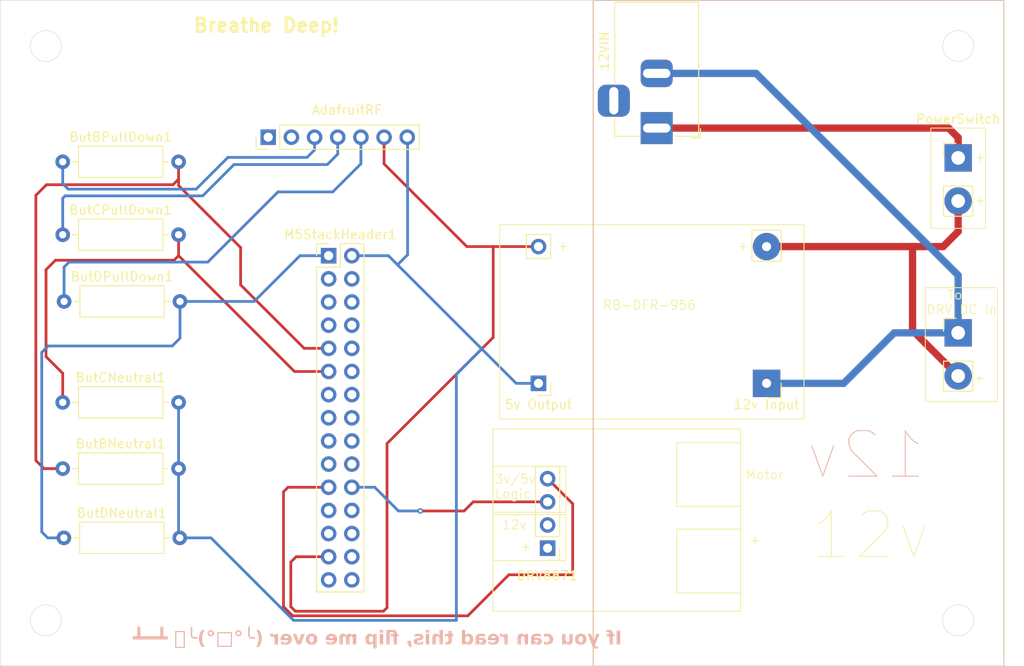
<source format=kicad_pcb>
(kicad_pcb (version 20240108) (generator "pcbnew") (generator_version "8.0")
  (title_block (title "Popper Pump") (date "2024-06-02") (rev "1.5"))
  (layers (0 "F.Cu" signal) (31 "B.Cu" signal) (34 "B.Paste" user) (35 "F.Paste" user) (36 "B.SilkS" user "B.Silkscreen") (37 "F.SilkS" user "F.Silkscreen") (38 "B.Mask" user) (39 "F.Mask" user) (44 "Edge.Cuts" user))
  (net 0 "")
  (net 1 "Net-(AdafruitRF315MhzMomentary1-Pin_5)")
  (net 3 "VCC")
  (net 4 "Net-(AdafruitRF315MhzMomentary1-Pin_3)")
  (net 5 "Net-(AdafruitRF315MhzMomentary1-Pin_4)")
  (net 7 "GND")
  (net 8 "Net-(M5StackHeader1-Pin_9)")
  (net 11 "Net-(M5StackHeader1-Pin_11)")
  (net 15 "Net-(M5StackHeader1-Pin_1)")
  (net 34 "Net-(BuckConverter1-Pin_2)")
  (net 37 "Net-(DRV8871-Pin_3)")
  (net 38 "Net-(DRV8871-Pin_4)")
  (footprint "Connector_BarrelJack:BarrelJack_Horizontal" (layer "F.Cu") (at 165.7075 71 -90)
    (property "Reference" "12VIN" (at -8.45 5.75 90) (layer "F.SilkS"))
    (property "Value" "Barrel_Jack")
    (fp_line (start -13.8 4.6) (end -13.8 -4.6) (stroke (width 0.12)) (layer "F.SilkS"))
    (fp_line (start -5 4.6) (end -13.8 4.6) (stroke (width 0.12)) (layer "F.SilkS"))
    (fp_line (start 0.9 4.6) (end -1 4.6) (stroke (width 0.12)) (layer "F.SilkS"))
    (fp_line (start 0.9 1.9) (end 0.9 4.6) (stroke (width 0.12)) (layer "F.SilkS"))
    (fp_line (start 1.1 -3.75) (end 1.1 -4.8) (stroke (width 0.12)) (layer "F.SilkS"))
    (fp_line (start -13.8 -4.6) (end 0.9 -4.6) (stroke (width 0.12)) (layer "F.SilkS"))
    (fp_line (start 0.9 -4.6) (end 0.9 -2) (stroke (width 0.12)) (layer "F.SilkS"))
    (fp_line (start 0.05 -4.8) (end 1.1 -4.8) (stroke (width 0.12)) (layer "F.SilkS"))
    (pad "1" thru_hole rect (at 0 0 270) (size 3.5 3.5) (drill oval 1 3) (layers "*.Cu" "*.Mask") (net 3 "VCC"))
    (pad "2" thru_hole roundrect (at -6 0 270) (size 3 3.5) (drill oval 1 3) (layers "*.Cu" "*.Mask") (net 7 "GND"))
    (pad "3" thru_hole roundrect (at -3 4.7 270) (size 3.5 3.5) (drill oval 3 1) (layers "*.Cu" "*.Mask"))
  )
  (footprint "Resistor_THT:R_Axial_DIN0309_L9.0mm_D3.2mm_P12.70mm_Horizontal" (layer "F.Cu") (at 100.7524 90.01568)
    (property "Reference" "ButDPullDown1" (at 6.35 -2.72 0) (layer "F.SilkS"))
    (property "Value" "10k	")
    (fp_line (start 1.04 0) (end 1.73 0) (stroke (width 0.12)) (layer "F.SilkS"))
    (fp_line (start 1.73 -1.72) (end 1.73 1.72) (stroke (width 0.12)) (layer "F.SilkS"))
    (fp_line (start 1.73 1.72) (end 10.97 1.72) (stroke (width 0.12)) (layer "F.SilkS"))
    (fp_line (start 10.97 -1.72) (end 1.73 -1.72) (stroke (width 0.12)) (layer "F.SilkS"))
    (fp_line (start 10.97 1.72) (end 10.97 -1.72) (stroke (width 0.12)) (layer "F.SilkS"))
    (fp_line (start 11.66 0) (end 10.97 0) (stroke (width 0.12)) (layer "F.SilkS"))
    (pad "1" thru_hole circle (at 0 0) (size 1.6 1.6) (drill 0.8) (layers "*.Cu" "*.Mask") (net 1 "Net-(AdafruitRF315MhzMomentary1-Pin_5)"))
    (pad "2" thru_hole oval (at 12.7 0) (size 1.6 1.6) (drill 0.8) (layers "*.Cu" "*.Mask") (net 15 "Net-(M5StackHeader1-Pin_1)"))
  )
  (footprint "Resistor_THT:R_Axial_DIN0309_L9.0mm_D3.2mm_P12.70mm_Horizontal" (layer "F.Cu") (at 100.727 115.94908)
    (property "Reference" "ButDNeutral1" (at 6.35 -2.72 0) (layer "F.SilkS"))
    (property "Value" "22k")
    (fp_line (start 1.04 0) (end 1.73 0) (stroke (width 0.12)) (layer "F.SilkS"))
    (fp_line (start 1.73 -1.72) (end 1.73 1.72) (stroke (width 0.12)) (layer "F.SilkS"))
    (fp_line (start 1.73 1.72) (end 10.97 1.72) (stroke (width 0.12)) (layer "F.SilkS"))
    (fp_line (start 10.97 -1.72) (end 1.73 -1.72) (stroke (width 0.12)) (layer "F.SilkS"))
    (fp_line (start 10.97 1.72) (end 10.97 -1.72) (stroke (width 0.12)) (layer "F.SilkS"))
    (fp_line (start 11.66 0) (end 10.97 0) (stroke (width 0.12)) (layer "F.SilkS"))
    (pad "1" thru_hole circle (at 0 0) (size 1.6 1.6) (drill 0.8) (layers "*.Cu" "*.Mask") (net 15 "Net-(M5StackHeader1-Pin_1)"))
    (pad "2" thru_hole oval (at 12.7 0) (size 1.6 1.6) (drill 0.8) (layers "*.Cu" "*.Mask") (net 7 "GND"))
  )
  (footprint "Resistor_THT:R_Axial_DIN0309_L9.0mm_D3.2mm_P12.70mm_Horizontal" (layer "F.Cu") (at 100.6 108.35448)
    (property "Reference" "ButBNeutral1" (at 6.35 -2.72 0) (layer "F.SilkS"))
    (property "Value" "22k")
    (fp_line (start 1.04 0) (end 1.73 0) (stroke (width 0.12)) (layer "F.SilkS"))
    (fp_line (start 1.73 -1.72) (end 1.73 1.72) (stroke (width 0.12)) (layer "F.SilkS"))
    (fp_line (start 1.73 1.72) (end 10.97 1.72) (stroke (width 0.12)) (layer "F.SilkS"))
    (fp_line (start 10.97 -1.72) (end 1.73 -1.72) (stroke (width 0.12)) (layer "F.SilkS"))
    (fp_line (start 10.97 1.72) (end 10.97 -1.72) (stroke (width 0.12)) (layer "F.SilkS"))
    (fp_line (start 11.66 0) (end 10.97 0) (stroke (width 0.12)) (layer "F.SilkS"))
    (pad "1" thru_hole circle (at 0 0) (size 1.6 1.6) (drill 0.8) (layers "*.Cu" "*.Mask") (net 8 "Net-(M5StackHeader1-Pin_9)"))
    (pad "2" thru_hole oval (at 12.7 0) (size 1.6 1.6) (drill 0.8) (layers "*.Cu" "*.Mask") (net 7 "GND"))
  )
  (footprint "Resistor_THT:R_Axial_DIN0309_L9.0mm_D3.2mm_P12.70mm_Horizontal" (layer "F.Cu") (at 100.6 74.69948)
    (property "Reference" "ButBPullDown1" (at 6.35 -2.72 0) (layer "F.SilkS"))
    (property "Value" "10k	" (hide yes))
    (fp_line (start 1.04 0) (end 1.73 0) (stroke (width 0.12)) (layer "F.SilkS"))
    (fp_line (start 1.73 -1.72) (end 1.73 1.72) (stroke (width 0.12)) (layer "F.SilkS"))
    (fp_line (start 1.73 1.72) (end 10.97 1.72) (stroke (width 0.12)) (layer "F.SilkS"))
    (fp_line (start 10.97 -1.72) (end 1.73 -1.72) (stroke (width 0.12)) (layer "F.SilkS"))
    (fp_line (start 10.97 1.72) (end 10.97 -1.72) (stroke (width 0.12)) (layer "F.SilkS"))
    (fp_line (start 11.66 0) (end 10.97 0) (stroke (width 0.12)) (layer "F.SilkS"))
    (pad "1" thru_hole circle (at 0 0) (size 1.6 1.6) (drill 0.8) (layers "*.Cu" "*.Mask") (net 4 "Net-(AdafruitRF315MhzMomentary1-Pin_3)"))
    (pad "2" thru_hole oval (at 12.7 0) (size 1.6 1.6) (drill 0.8) (layers "*.Cu" "*.Mask") (net 8 "Net-(M5StackHeader1-Pin_9)"))
  )
  (footprint "Connector_PinHeader_2.54mm:PinHeader_2x15_P2.54mm_Vertical" (layer "F.Cu") (at 129.75 85)
    (property "Reference" "M5StackHeader1" (at 1.27 -2.33 0) (layer "F.SilkS"))
    (property "Value" "M5StackGPIO")
    (fp_line (start -1.33 -1.33) (end 0 -1.33) (stroke (width 0.12)) (layer "F.SilkS"))
    (fp_line (start -1.33 0) (end -1.33 -1.33) (stroke (width 0.12)) (layer "F.SilkS"))
    (fp_line (start -1.33 1.27) (end -1.33 36.89) (stroke (width 0.12)) (layer "F.SilkS"))
    (fp_line (start -1.33 1.27) (end 1.27 1.27) (stroke (width 0.12)) (layer "F.SilkS"))
    (fp_line (start -1.33 36.89) (end 3.87 36.89) (stroke (width 0.12)) (layer "F.SilkS"))
    (fp_line (start 1.27 -1.33) (end 3.87 -1.33) (stroke (width 0.12)) (layer "F.SilkS"))
    (fp_line (start 1.27 1.27) (end 1.27 -1.33) (stroke (width 0.12)) (layer "F.SilkS"))
    (fp_line (start 3.87 -1.33) (end 3.87 36.89) (stroke (width 0.12)) (layer "F.SilkS"))
    (pad "1" thru_hole rect (at 0 0) (size 1.7 1.7) (drill 1) (layers "*.Cu" "*.Mask") (net 15 "Net-(M5StackHeader1-Pin_1)"))
    (pad "2" thru_hole oval (at 2.54 0) (size 1.7 1.7) (drill 1) (layers "*.Cu" "*.Mask") (net 7 "GND"))
    (pad "3" thru_hole oval (at 0 2.54) (size 1.7 1.7) (drill 1) (layers "*.Cu" "*.Mask"))
    (pad "4" thru_hole oval (at 2.54 2.54) (size 1.7 1.7) (drill 1) (layers "*.Cu" "*.Mask"))
    (pad "5" thru_hole oval (at 0 5.08) (size 1.7 1.7) (drill 1) (layers "*.Cu" "*.Mask"))
    (pad "6" thru_hole oval (at 2.54 5.08) (size 1.7 1.7) (drill 1) (layers "*.Cu" "*.Mask"))
    (pad "7" thru_hole oval (at 0 7.62) (size 1.7 1.7) (drill 1) (layers "*.Cu" "*.Mask"))
    (pad "8" thru_hole oval (at 2.54 7.62) (size 1.7 1.7) (drill 1) (layers "*.Cu" "*.Mask"))
    (pad "9" thru_hole oval (at 0 10.16) (size 1.7 1.7) (drill 1) (layers "*.Cu" "*.Mask") (net 8 "Net-(M5StackHeader1-Pin_9)"))
    (pad "10" thru_hole oval (at 2.54 10.16) (size 1.7 1.7) (drill 1) (layers "*.Cu" "*.Mask"))
    (pad "11" thru_hole oval (at 0 12.7) (size 1.7 1.7) (drill 1) (layers "*.Cu" "*.Mask") (net 11 "Net-(M5StackHeader1-Pin_11)"))
    (pad "12" thru_hole oval (at 2.54 12.7) (size 1.7 1.7) (drill 1) (layers "*.Cu" "*.Mask"))
    (pad "13" thru_hole oval (at 0 15.24) (size 1.7 1.7) (drill 1) (layers "*.Cu" "*.Mask"))
    (pad "14" thru_hole oval (at 2.54 15.24) (size 1.7 1.7) (drill 1) (layers "*.Cu" "*.Mask"))
    (pad "15" thru_hole oval (at 0 17.78) (size 1.7 1.7) (drill 1) (layers "*.Cu" "*.Mask"))
    (pad "16" thru_hole oval (at 2.54 17.78) (size 1.7 1.7) (drill 1) (layers "*.Cu" "*.Mask"))
    (pad "17" thru_hole oval (at 0 20.32) (size 1.7 1.7) (drill 1) (layers "*.Cu" "*.Mask"))
    (pad "18" thru_hole oval (at 2.54 20.32) (size 1.7 1.7) (drill 1) (layers "*.Cu" "*.Mask"))
    (pad "19" thru_hole oval (at 0 22.86) (size 1.7 1.7) (drill 1) (layers "*.Cu" "*.Mask"))
    (pad "20" thru_hole oval (at 2.54 22.86) (size 1.7 1.7) (drill 1) (layers "*.Cu" "*.Mask"))
    (pad "21" thru_hole oval (at 0 25.4) (size 1.7 1.7) (drill 1) (layers "*.Cu" "*.Mask") (net 38 "Net-(DRV8871-Pin_4)"))
    (pad "22" thru_hole oval (at 2.54 25.4) (size 1.7 1.7) (drill 1) (layers "*.Cu" "*.Mask") (net 37 "Net-(DRV8871-Pin_3)"))
    (pad "23" thru_hole oval (at 0 27.94) (size 1.7 1.7) (drill 1) (layers "*.Cu" "*.Mask"))
    (pad "24" thru_hole oval (at 2.54 27.94) (size 1.7 1.7) (drill 1) (layers "*.Cu" "*.Mask"))
    (pad "25" thru_hole oval (at 0 30.48) (size 1.7 1.7) (drill 1) (layers "*.Cu" "*.Mask"))
    (pad "26" thru_hole oval (at 2.54 30.48) (size 1.7 1.7) (drill 1) (layers "*.Cu" "*.Mask"))
    (pad "27" thru_hole oval (at 0 33.02) (size 1.7 1.7) (drill 1) (layers "*.Cu" "*.Mask") (net 3 "VCC"))
    (pad "28" thru_hole oval (at 2.54 33.02) (size 1.7 1.7) (drill 1) (layers "*.Cu" "*.Mask"))
    (pad "29" thru_hole oval (at 0 35.56) (size 1.7 1.7) (drill 1) (layers "*.Cu" "*.Mask"))
    (pad "30" thru_hole oval (at 2.54 35.56) (size 1.7 1.7) (drill 1) (layers "*.Cu" "*.Mask"))
  )
  (footprint "Custom:PinHeader_1x02_P2.54mm_Vertical-BuckConverter-DFR-956" (layer "F.Cu") (at 152.75 99 180)
    (property "Reference" "5v Output" (at 0 -2.33 180) (layer "F.SilkS"))
    (property "Value" "RB-Dfr-956-5vout")
    (fp_line (start 1.33 13.7) (end 1.33 16.3) (stroke (width 0.12)) (layer "F.SilkS"))
    (fp_line (start -1.33 16.33) (end 1.33 16.33) (stroke (width 0.12)) (layer "F.SilkS"))
    (fp_line (start -1.33 13.7) (end -1.33 16.3) (stroke (width 0.12)) (layer "F.SilkS"))
    (fp_line (start -1.33 13.69) (end 1.33 13.69) (stroke (width 0.12)) (layer "F.SilkS"))
    (fp_line (start -1.33 0) (end -1.33 -1.33) (stroke (width 0.12)) (layer "F.SilkS"))
    (fp_line (start -1.33 -1.33) (end 0 -1.33) (stroke (width 0.12)) (layer "F.SilkS"))
    (pad "1" thru_hole rect (at 0 0 180) (size 1.7 1.7) (drill 1) (layers "*.Cu" "*.Mask") (net 7 "GND"))
    (pad "2" thru_hole oval (at 0 15 180) (size 1.7 1.7) (drill 1) (layers "*.Cu" "*.Mask") (net 3 "VCC"))
  )
  (footprint "Connector_PinHeader_2.54mm:PinHeader_1x04_P2.54mm_Vertical" (layer "F.Cu") (at 153.75 117.08 180)
    (property "Reference" "DRV8871" (at 0.05 -3.02 180) (layer "F.SilkS"))
    (property "Value" "DRV8871")
    (fp_line (start 1.33 1.27) (end 1.33 8.95) (stroke (width 0.12)) (layer "F.SilkS"))
    (fp_line (start -1.33 8.95) (end 1.33 8.95) (stroke (width 0.12)) (layer "F.SilkS"))
    (fp_line (start -1.33 1.27) (end 1.33 1.27) (stroke (width 0.12)) (layer "F.SilkS"))
    (fp_line (start -1.33 1.27) (end -1.33 8.95) (stroke (width 0.12)) (layer "F.SilkS"))
    (fp_line (start -1.33 0) (end -1.33 -1.33) (stroke (width 0.12)) (layer "F.SilkS"))
    (fp_line (start -1.33 -1.33) (end 0 -1.33) (stroke (width 0.12)) (layer "F.SilkS"))
    (pad "1" thru_hole rect (at 0 0 180) (size 1.7 1.7) (drill 1) (layers "*.Cu" "*.Mask"))
    (pad "2" thru_hole oval (at 0 2.54 180) (size 1.7 1.7) (drill 1) (layers "*.Cu" "*.Mask"))
    (pad "3" thru_hole oval (at 0 5.08 180) (size 1.7 1.7) (drill 1) (layers "*.Cu" "*.Mask") (net 37 "Net-(DRV8871-Pin_3)"))
    (pad "4" thru_hole oval (at 0 7.62 180) (size 1.7 1.7) (drill 1) (layers "*.Cu" "*.Mask") (net 38 "Net-(DRV8871-Pin_4)"))
  )
  (footprint "Custom:PinHeader_1x02_ForScrewBlock-1.5mmHole" (layer "F.Cu") (at 198.75 74.27)
    (property "Reference" "PowerSwitch" (at 0 -4.27 0) (layer "F.SilkS"))
    (property "Value" "SW_SPDT" (hide yes))
    (fp_line (start -1.6 -1.6) (end -0.235 -1.6) (stroke (width 0.12)) (layer "F.SilkS"))
    (fp_line (start -1.6 -0.17) (end -1.6 -1.6) (stroke (width 0.12)) (layer "F.SilkS"))
    (fp_line (start -1.6 3.1) (end -1.6 6.4) (stroke (width 0.12)) (layer "F.SilkS"))
    (fp_line (start -1.6 3.1) (end 1.6 3.1) (stroke (width 0.12)) (layer "F.SilkS"))
    (fp_line (start -1.6 6.4) (end 1.6 6.4) (stroke (width 0.12)) (layer "F.SilkS"))
    (fp_line (start 1.6 3.1) (end 1.6 6.4) (stroke (width 0.12)) (layer "F.SilkS"))
    (pad "1" thru_hole rect (at 0 0) (size 3 3) (drill 1.5) (layers "*.Cu" "*.Mask") (net 3 "VCC"))
    (pad "2" thru_hole oval (at 0 4.73) (size 3 3) (drill 1.5) (layers "*.Cu" "*.Mask") (net 3 "VCC"))
  )
  (footprint "Resistor_THT:R_Axial_DIN0309_L9.0mm_D3.2mm_P12.70mm_Horizontal" (layer "F.Cu") (at 100.6 101.09008)
    (property "Reference" "ButCNeutral1" (at 6.35 -2.72 0) (layer "F.SilkS"))
    (property "Value" "22k")
    (fp_line (start 1.04 0) (end 1.73 0) (stroke (width 0.12)) (layer "F.SilkS"))
    (fp_line (start 1.73 -1.72) (end 1.73 1.72) (stroke (width 0.12)) (layer "F.SilkS"))
    (fp_line (start 1.73 1.72) (end 10.97 1.72) (stroke (width 0.12)) (layer "F.SilkS"))
    (fp_line (start 10.97 -1.72) (end 1.73 -1.72) (stroke (width 0.12)) (layer "F.SilkS"))
    (fp_line (start 10.97 1.72) (end 10.97 -1.72) (stroke (width 0.12)) (layer "F.SilkS"))
    (fp_line (start 11.66 0) (end 10.97 0) (stroke (width 0.12)) (layer "F.SilkS"))
    (pad "1" thru_hole circle (at 0 0) (size 1.6 1.6) (drill 0.8) (layers "*.Cu" "*.Mask") (net 11 "Net-(M5StackHeader1-Pin_11)"))
    (pad "2" thru_hole oval (at 12.7 0) (size 1.6 1.6) (drill 0.8) (layers "*.Cu" "*.Mask") (net 7 "GND"))
  )
  (footprint "Connector_PinHeader_2.54mm:PinHeader_1x07_P2.54mm_Vertical" (layer "F.Cu") (at 123.125 72 90)
    (property "Reference" "AdafruitRF" (at 3 8.625 180) (layer "F.SilkS"))
    (property "Value" "Adafruit-1096")
    (fp_line (start -1.33 -1.33) (end 0 -1.33) (stroke (width 0.12)) (layer "F.SilkS"))
    (fp_line (start -1.33 0) (end -1.33 -1.33) (stroke (width 0.12)) (layer "F.SilkS"))
    (fp_line (start 1.33 1.27) (end 1.33 16.57) (stroke (width 0.12)) (layer "F.SilkS"))
    (fp_line (start -1.33 1.27) (end 1.33 1.27) (stroke (width 0.12)) (layer "F.SilkS"))
    (fp_line (start -1.33 1.27) (end -1.33 16.57) (stroke (width 0.12)) (layer "F.SilkS"))
    (fp_line (start -1.33 16.57) (end 1.33 16.57) (stroke (width 0.12)) (layer "F.SilkS"))
    (pad "1" thru_hole rect (at 0 0 90) (size 1.7 1.7) (drill 1) (layers "*.Cu" "*.Mask"))
    (pad "2" thru_hole oval (at 0 2.54 90) (size 1.7 1.7) (drill 1) (layers "*.Cu" "*.Mask"))
    (pad "3" thru_hole oval (at 0 5.08 90) (size 1.7 1.7) (drill 1) (layers "*.Cu" "*.Mask") (net 4 "Net-(AdafruitRF315MhzMomentary1-Pin_3)"))
    (pad "4" thru_hole oval (at 0 7.62 90) (size 1.7 1.7) (drill 1) (layers "*.Cu" "*.Mask") (net 5 "Net-(AdafruitRF315MhzMomentary1-Pin_4)"))
    (pad "5" thru_hole oval (at 0 10.16 90) (size 1.7 1.7) (drill 1) (layers "*.Cu" "*.Mask") (net 1 "Net-(AdafruitRF315MhzMomentary1-Pin_5)"))
    (pad "6" thru_hole oval (at 0 12.7 90) (size 1.7 1.7) (drill 1) (layers "*.Cu" "*.Mask") (net 3 "VCC"))
    (pad "7" thru_hole oval (at 0 15.24 90) (size 1.7 1.7) (drill 1) (layers "*.Cu" "*.Mask") (net 7 "GND"))
  )
  (footprint "Resistor_THT:R_Axial_DIN0309_L9.0mm_D3.2mm_P12.70mm_Horizontal" (layer "F.Cu") (at 100.6 82.69948)
    (property "Reference" "ButCPullDown1" (at 6.35 -2.72 0) (layer "F.SilkS"))
    (property "Value" "10k" (hide yes))
    (fp_line (start 1.04 0) (end 1.73 0) (stroke (width 0.12)) (layer "F.SilkS"))
    (fp_line (start 1.73 -1.72) (end 1.73 1.72) (stroke (width 0.12)) (layer "F.SilkS"))
    (fp_line (start 1.73 1.72) (end 10.97 1.72) (stroke (width 0.12)) (layer "F.SilkS"))
    (fp_line (start 10.97 -1.72) (end 1.73 -1.72) (stroke (width 0.12)) (layer "F.SilkS"))
    (fp_line (start 10.97 1.72) (end 10.97 -1.72) (stroke (width 0.12)) (layer "F.SilkS"))
    (fp_line (start 11.66 0) (end 10.97 0) (stroke (width 0.12)) (layer "F.SilkS"))
    (pad "1" thru_hole circle (at 0 0) (size 1.6 1.6) (drill 0.8) (layers "*.Cu" "*.Mask") (net 5 "Net-(AdafruitRF315MhzMomentary1-Pin_4)"))
    (pad "2" thru_hole oval (at 12.7 0) (size 1.6 1.6) (drill 0.8) (layers "*.Cu" "*.Mask") (net 11 "Net-(M5StackHeader1-Pin_11)"))
  )
  (footprint "Custom:PinHeader_1x02_ForScrewBlock-1.5mmHole" (layer "F.Cu") (at 198.75 93.46)
    (property "Reference" "DRV1" (hide yes))
    (property "Value" "DRV8871-VIN-12v")
    (fp_line (start -1.6 -1.6) (end -0.235 -1.6) (stroke (width 0.12)) (layer "F.SilkS"))
    (fp_line (start -1.6 -0.17) (end -1.6 -1.6) (stroke (width 0.12)) (layer "F.SilkS"))
    (fp_line (start -1.6 3.1) (end -1.6 6.4) (stroke (width 0.12)) (layer "F.SilkS"))
    (fp_line (start -1.6 3.1) (end 1.6 3.1) (stroke (width 0.12)) (layer "F.SilkS"))
    (fp_line (start -1.6 6.4) (end 1.6 6.4) (stroke (width 0.12)) (layer "F.SilkS"))
    (fp_line (start 1.6 3.1) (end 1.6 6.4) (stroke (width 0.12)) (layer "F.SilkS"))
    (pad "1" thru_hole rect (at 0 0) (size 3 3) (drill 1.5) (layers "*.Cu" "*.Mask") (net 7 "GND"))
    (pad "2" thru_hole oval (at 0 4.73) (size 3 3) (drill 1.5) (layers "*.Cu" "*.Mask") (net 34 "Net-(BuckConverter1-Pin_2)"))
  )
  (footprint "Custom:PinHeader_1x02_P2.54mm_Vertical-BuckConverter-DFR-956" (layer "F.Cu") (at 177.75 99 180)
    (property "Reference" "12v Input" (at 0 -2.33 180) (layer "F.SilkS"))
    (property "Value" "RB-Dfr-956-12vin")
    (fp_line (start 1.6 13.4) (end 1.6 16.8) (stroke (width 0.12)) (layer "F.SilkS"))
    (fp_line (start -1.6 16.8) (end 1.6 16.8) (stroke (width 0.12)) (layer "F.SilkS"))
    (fp_line (start -1.6 13.4) (end 1.6 13.4) (stroke (width 0.12)) (layer "F.SilkS"))
    (fp_line (start -1.6 13.4) (end -1.6 16.8) (stroke (width 0.12)) (layer "F.SilkS"))
    (fp_line (start -1.6 0.03) (end -1.6 -1.6) (stroke (width 0.12)) (layer "F.SilkS"))
    (fp_line (start -1.6 -1.6) (end -0.235 -1.6) (stroke (width 0.12)) (layer "F.SilkS"))
    (pad "1" thru_hole rect (at 0 0 180) (size 3 3) (drill 1) (layers "*.Cu" "*.Mask") (net 7 "GND"))
    (pad "2" thru_hole oval (at 0 15 180) (size 3 3) (drill 1) (layers "*.Cu" "*.Mask") (net 3 "VCC"))
  )
  (gr_rect (start 158.75 57) (end 203.75 130) (stroke (width 0.1)) (fill none) (layer "B.SilkS"))
  (gr_rect (start 195.75 71) (end 201.75 82) (stroke (width 0.1)) (fill none) (layer "F.SilkS"))
  (gr_rect (start 195.15 88.5) (end 203.05 101) (stroke (width 0.1)) (fill none) (layer "F.SilkS"))
  (gr_rect (start 147.75 104) (end 174.9 124) (stroke (width 0.1)) (fill none) (layer "F.SilkS"))
  (gr_rect (start 158.75 57) (end 203.75 130) (stroke (width 0.1)) (fill none) (layer "F.SilkS"))
  (gr_rect (start 167.9 105.5) (end 174.9 112.5) (stroke (width 0.1)) (fill none) (layer "F.SilkS"))
  (gr_rect (start 147.75 108.1) (end 155.75 113.15) (stroke (width 0.1)) (fill none) (layer "F.SilkS"))
  (gr_rect (start 167.9 115) (end 174.9 122) (stroke (width 0.1)) (fill none) (layer "F.SilkS"))
  (gr_rect (start 148.5 81.6) (end 181.85 102.9) (stroke (width 0.1)) (fill none) (layer "F.SilkS"))
  (gr_rect (start 147.75 113.4) (end 155.75 118.45) (stroke (width 0.1)) (fill none) (layer "F.SilkS"))
  (gr_line (start 93.75 130) (end 93.75 57) (stroke (width 0.05)) (layer "Edge.Cuts"))
  (gr_circle (center 98.75 62) (end 100.45 62) (stroke (width 0.05)) (fill none) (layer "Edge.Cuts"))
  (gr_line (start 203.75 57) (end 203.75 130) (stroke (width 0.05)) (layer "Edge.Cuts"))
  (gr_circle (center 198.75 62) (end 200.45 62) (stroke (width 0.05)) (fill none) (layer "Edge.Cuts"))
  (gr_line (start 203.75 130) (end 93.75 130) (stroke (width 0.05)) (layer "Edge.Cuts"))
  (gr_line (start 93.75 57) (end 203.75 57) (stroke (width 0.05)) (layer "Edge.Cuts"))
  (gr_circle (center 98.75 125) (end 100.45 125) (stroke (width 0.05)) (fill none) (layer "Edge.Cuts"))
  (gr_circle (center 198.75 125) (end 200.45 125) (stroke (width 0.05)) (fill none) (layer "Edge.Cuts"))
  (gr_text "If you can read this, flip me over (╯°□°)╯︵ ┻━┻" (at 161.9 127.9 0) (layer "B.SilkS") (effects (font (size 1.5 1.5) (thickness 0.3) (bold yes)) (justify left bottom mirror)))
  (gr_text "12v" (at 195.4 109.8 0) (layer "B.SilkS") (effects (font (size 5 5) (thickness 0.1)) (justify left bottom mirror)))
  (gr_text "+" (at 200.5 74.75 0) (layer "F.SilkS") (effects (font (size 1 1) (thickness 0.1)) (justify left bottom)))
  (gr_text "+" (at 154.75 84.5 0) (layer "F.SilkS") (effects (font (size 1 1) (thickness 0.1)) (justify left bottom)))
  (gr_text "Breathe Deep!" (at 114.8 60.6 0) (layer "F.SilkS") (effects (font (size 1.5 1.5) (thickness 0.3) (bold yes)) (justify left bottom)))
  (gr_text "+" (at 174.5 84.5 0) (layer "F.SilkS") (effects (font (size 1 1) (thickness 0.1)) (justify left bottom)))
  (gr_text "12v" (at 148.7 115.1 0) (layer "F.SilkS") (effects (font (size 1 1) (thickness 0.1)) (justify left bottom)))
  (gr_text "3v/5v \nLogic" (at 147.9 111.7 0) (layer "F.SilkS") (effects (font (size 1 1) (thickness 0.1)) (justify left bottom)))
  (gr_text "12v" (at 182.4 118.6 0) (layer "F.SilkS") (effects (font (size 5 5) (thickness 0.1)) (justify left bottom)))
  (gr_text "+" (at 200.5 79.5 0) (layer "F.SilkS") (effects (font (size 1 1) (thickness 0.1)) (justify left bottom)))
  (gr_text "   To\nDRV DC In" (at 195.2 91.5 0) (layer "F.SilkS") (effects (font (size 1 1) (thickness 0.1)) (justify left bottom)))
  (gr_text "+" (at 175.8 116.8 0) (layer "F.SilkS") (effects (font (size 1 1) (thickness 0.1)) (justify left bottom)))
  (gr_text "RB-DFR-956" (at 159.75 91 0) (layer "F.SilkS") (effects (font (size 1 1) (thickness 0.1)) (justify left bottom)))
  (gr_text "Motor" (at 175.4 109.6 0) (layer "F.SilkS") (effects (font (size 1 1) (thickness 0.1)) (justify left bottom)))
  (gr_text "+" (at 200.4 99 0) (layer "F.SilkS") (effects (font (size 1 1) (thickness 0.1)) (justify left bottom)))
  (gr_text "+" (at 150.7 117.5 0) (layer "F.SilkS") (effects (font (size 1 1) (thickness 0.1)) (justify left bottom)))
  (segment (start 100.7524 86.2476) (end 101.3 85.7) (width 0.3) (layer "B.Cu") (net 1))
  (segment (start 100.7524 90.01568) (end 100.7524 86.2476) (width 0.3) (layer "B.Cu") (net 1))
  (segment (start 124.19808 78) (end 130.2 78) (width 0.3) (layer "B.Cu") (net 1))
  (segment (start 133.285 74.915) (end 133.285 72) (width 0.3) (layer "B.Cu") (net 1))
  (segment (start 101.3 85.7) (end 116.49808 85.7) (width 0.3) (layer "B.Cu") (net 1))
  (segment (start 116.49808 85.7) (end 124.19808 78) (width 0.3) (layer "B.Cu") (net 1))
  (segment (start 130.2 78) (end 133.285 74.915) (width 0.3) (layer "B.Cu") (net 1))
  (segment (start 147.825 84) (end 152.75 84) (width 0.3) (layer "F.Cu") (net 3))
  (segment (start 135.825 74.925) (end 135.825 72) (width 0.3) (layer "F.Cu") (net 3))
  (segment (start 125.6 123.5) (end 125.6 118.6) (width 0.3) (layer "F.Cu") (net 3))
  (segment (start 147.825 84) (end 147.7875 84.0375) (width 0.3) (layer "F.Cu") (net 3))
  (segment (start 147.7875 84.0375) (end 147.7875 93.9625) (width 0.3) (layer "F.Cu") (net 3))
  (segment (start 136.15 105.6) (end 136.15 123.6) (width 0.3) (layer "F.Cu") (net 3))
  (segment (start 147.7875 93.9625) (end 136.15 105.6) (width 0.3) (layer "F.Cu") (net 3))
  (segment (start 198.75 82.35) (end 197.1 84) (width 0.8) (layer "F.Cu") (net 3))
  (segment (start 193.75 84) (end 193.75 93.19) (width 0.8) (layer "F.Cu") (net 3))
  (segment (start 198.75 79) (end 198.75 82.35) (width 0.8) (layer "F.Cu") (net 3))
  (segment (start 144.9 84) (end 135.825 74.925) (width 0.3) (layer "F.Cu") (net 3))
  (segment (start 147.825 84) (end 144.9 84) (width 0.3) (layer "F.Cu") (net 3))
  (segment (start 193.75 84) (end 177.75 84) (width 0.8) (layer "F.Cu") (net 3))
  (segment (start 135.75 124) (end 126.1 124) (width 0.3) (layer "F.Cu") (net 3))
  (segment (start 197.7 71) (end 198.75 72.05) (width 0.8) (layer "F.Cu") (net 3))
  (segment (start 193.75 93.19) (end 198.75 98.19) (width 0.8) (layer "F.Cu") (net 3))
  (segment (start 197.1 84) (end 193.75 84) (width 0.8) (layer "F.Cu") (net 3))
  (segment (start 165.7075 71) (end 197.7 71) (width 0.8) (layer "F.Cu") (net 3))
  (segment (start 136.15 123.6) (end 135.75 124) (width 0.3) (layer "F.Cu") (net 3))
  (segment (start 198.75 72.05) (end 198.75 74.27) (width 0.8) (layer "F.Cu") (net 3))
  (segment (start 126.18 118.02) (end 129.75 118.02) (width 0.3) (layer "F.Cu") (net 3))
  (segment (start 125.6 118.6) (end 126.18 118.02) (width 0.3) (layer "F.Cu") (net 3))
  (segment (start 126.1 124) (end 125.6 123.5) (width 0.3) (layer "F.Cu") (net 3))
  (segment (start 165.7075 71) (end 165.7075 71.9575) (width 0.2) (layer "F.Cu") (net 3))
  (segment (start 118.7102 74.21688) (end 127.38312 74.21688) (width 0.3) (layer "B.Cu") (net 4))
  (segment (start 100.6 74.69948) (end 100.6 77.1) (width 0.3) (layer "B.Cu") (net 4))
  (segment (start 127.38312 74.21688) (end 128.205 73.395) (width 0.3) (layer "B.Cu") (net 4))
  (segment (start 101.19948 77.69948) (end 115.2276 77.69948) (width 0.3) (layer "B.Cu") (net 4))
  (segment (start 128.205 73.395) (end 128.205 72) (width 0.3) (layer "B.Cu") (net 4))
  (segment (start 115.2276 77.69948) (end 118.7102 74.21688) (width 0.3) (layer "B.Cu") (net 4))
  (segment (start 100.6 77.1) (end 101.19948 77.69948) (width 0.3) (layer "B.Cu") (net 4))
  (segment (start 119.37488 75) (end 115.9416 78.43328) (width 0.3) (layer "B.Cu") (net 5))
  (segment (start 130.745 73.855) (end 129.6 75) (width 0.3) (layer "B.Cu") (net 5))
  (segment (start 115.9416 78.43328) (end 100.86672 78.43328) (width 0.3) (layer "B.Cu") (net 5))
  (segment (start 130.745 72) (end 130.745 73.855) (width 0.3) (layer "B.Cu") (net 5))
  (segment (start 129.6 75) (end 119.37488 75) (width 0.3) (layer "B.Cu") (net 5))
  (segment (start 100.86672 78.43328) (end 100.6 78.7) (width 0.3) (layer "B.Cu") (net 5))
  (segment (start 100.6 78.7) (end 100.6 82.69948) (width 0.3) (layer "B.Cu") (net 5))
  (segment (start 132.29 85) (end 136.3 85) (width 0.3) (layer "B.Cu") (net 7))
  (segment (start 138.4 84.9) (end 138.4 72.035) (width 0.3) (layer "B.Cu") (net 7))
  (segment (start 198.75 87.15) (end 198.75 93.46) (width 0.8) (layer "B.Cu") (net 7))
  (segment (start 137.3 86) (end 138.4 84.9) (width 0.3) (layer "B.Cu") (net 7))
  (segment (start 177.75 99) (end 186.2 99) (width 0.8) (layer "B.Cu") (net 7))
  (segment (start 136.3 85) (end 137.3 86) (width 0.3) (layer "B.Cu") (net 7))
  (segment (start 143.75 98) (end 143.75 125) (width 0.3) (layer "B.Cu") (net 7))
  (segment (start 176.6 65) (end 198.75 87.15) (width 0.8) (layer "B.Cu") (net 7))
  (segment (start 125.9 125) (end 116.84908 115.94908) (width 0.3) (layer "B.Cu") (net 7))
  (segment (start 150.3 99) (end 137.3 86) (width 0.3) (layer "B.Cu") (net 7))
  (segment (start 186.2 99) (end 191.74 93.46) (width 0.8) (layer "B.Cu") (net 7))
  (segment (start 146.525 95.225) (end 143.75 98) (width 0.3) (layer "B.Cu") (net 7))
  (segment (start 113.3 115.82208) (end 113.427 115.94908) (width 0.2) (layer "B.Cu") (net 7))
  (segment (start 152.75 99) (end 152.75 98.45) (width 0.2) (layer "B.Cu") (net 7))
  (segment (start 150.3 99) (end 152.75 99) (width 0.3) (layer "B.Cu") (net 7))
  (segment (start 113.3 108.35448) (end 113.3 115.82208) (width 0.3) (layer "B.Cu") (net 7))
  (segment (start 143.75 125) (end 125.9 125) (width 0.3) (layer "B.Cu") (net 7))
  (segment (start 138.4 72.035) (end 138.365 72) (width 0.3) (layer "B.Cu") (net 7))
  (segment (start 191.74 93.46) (end 198.75 93.46) (width 0.8) (layer "B.Cu") (net 7))
  (segment (start 113.3 101.09008) (end 113.3 108.35448) (width 0.3) (layer "B.Cu") (net 7))
  (segment (start 116.84908 115.94908) (end 113.427 115.94908) (width 0.3) (layer "B.Cu") (net 7))
  (segment (start 165.7075 65) (end 176.6 65) (width 0.8) (layer "B.Cu") (net 7))
  (segment (start 97.6536 78.38248) (end 97.6536 107.4536) (width 0.3) (layer "F.Cu") (net 8))
  (segment (start 120.1 88.2) (end 120.1 84.1) (width 0.3) (layer "F.Cu") (net 8))
  (segment (start 113.3 77.3) (end 113.3 76.6) (width 0.3) (layer "F.Cu") (net 8))
  (segment (start 129.75 95.16) (end 127.06 95.16) (width 0.3) (layer "F.Cu") (net 8))
  (segment (start 97.6536 107.4536) (end 98.55448 108.35448) (width 0.3) (layer "F.Cu") (net 8))
  (segment (start 98.7966 77.21408) (end 98.7966 77.23948) (width 0.2) (layer "F.Cu") (net 8))
  (segment (start 120.1 84.1) (end 113.3 77.3) (width 0.3) (layer "F.Cu") (net 8))
  (segment (start 113.3 76.6) (end 112.68592 77.21408) (width 0.3) (layer "F.Cu") (net 8))
  (segment (start 98.7966 77.23948) (end 97.6536 78.38248) (width 0.3) (layer "F.Cu") (net 8))
  (segment (start 98.55448 108.35448) (end 100.6 108.35448) (width 0.3) (layer "F.Cu") (net 8))
  (segment (start 127.06 95.16) (end 120.1 88.2) (width 0.3) (layer "F.Cu") (net 8))
  (segment (start 112.68592 77.21408) (end 98.7966 77.21408) (width 0.3) (layer "F.Cu") (net 8))
  (segment (start 113.3 76.6) (end 113.3 74.69948) (width 0.3) (layer "F.Cu") (net 8))
  (segment (start 113.3 82.69948) (end 113.3 85) (width 0.3) (layer "F.Cu") (net 11))
  (segment (start 98.7712 86.5288) (end 98.7712 96.0712) (width 0.3) (layer "F.Cu") (net 11))
  (segment (start 99.8 85.5) (end 98.7712 86.5288) (width 0.3) (layer "F.Cu") (net 11))
  (segment (start 98.7712 96.0712) (end 100.6 97.9) (width 0.3) (layer "F.Cu") (net 11))
  (segment (start 112.8 85.5) (end 99.8 85.5) (width 0.3) (layer "F.Cu") (net 11))
  (segment (start 113.3 85) (end 126 97.7) (width 0.3) (layer "F.Cu") (net 11))
  (segment (start 126 97.7) (end 129.75 97.7) (width 0.3) (layer "F.Cu") (net 11))
  (segment (start 113.3 85) (end 112.8 85.5) (width 0.3) (layer "F.Cu") (net 11))
  (segment (start 100.6 97.9) (end 100.6 101.09008) (width 0.3) (layer "F.Cu") (net 11))
  (segment (start 98.3 95.6) (end 98.3 115.3) (width 0.3) (layer "B.Cu") (net 15))
  (segment (start 99 94.9) (end 98.3 95.6) (width 0.3) (layer "B.Cu") (net 15))
  (segment (start 126.6 85) (end 129.75 85) (width 0.3) (layer "B.Cu") (net 15))
  (segment (start 113.4524 94.05428) (end 112.60668 94.9) (width 0.3) (layer "B.Cu") (net 15))
  (segment (start 98.3 115.3) (end 98.94908 115.94908) (width 0.3) (layer "B.Cu") (net 15))
  (segment (start 121.58432 90.01568) (end 126.6 85) (width 0.3) (layer "B.Cu") (net 15))
  (segment (start 113.4524 90.01568) (end 113.4524 94.05428) (width 0.3) (layer "B.Cu") (net 15))
  (segment (start 113.4524 90.01568) (end 121.58432 90.01568) (width 0.3) (layer "B.Cu") (net 15))
  (segment (start 112.60668 94.9) (end 99 94.9) (width 0.3) (layer "B.Cu") (net 15))
  (segment (start 98.94908 115.94908) (end 100.727 115.94908) (width 0.3) (layer "B.Cu") (net 15))
  (segment (start 139.8 113) (end 144.6 113) (width 0.3) (layer "F.Cu") (net 37))
  (segment (start 144.6 113) (end 145.6 112) (width 0.3) (layer "F.Cu") (net 37))
  (segment (start 145.6 112) (end 153.75 112) (width 0.3) (layer "F.Cu") (net 37))
  (via (at 139.8 113) (size 0.6) (drill 0.3) (layers "F.Cu" "B.Cu") (net 37))
  (segment (start 134.8 110.4) (end 137.4 113) (width 0.3) (layer "B.Cu") (net 37))
  (segment (start 132.29 110.4) (end 134.8 110.4) (width 0.3) (layer "B.Cu") (net 37))
  (segment (start 137.4 113) (end 139.8 113) (width 0.3) (layer "B.Cu") (net 37))
  (segment (start 149.5 120) (end 145 124.5) (width 0.3) (layer "F.Cu") (net 38))
  (segment (start 124.8 123.5) (end 124.8 110.9) (width 0.3) (layer "F.Cu") (net 38))
  (segment (start 125.3 110.4) (end 129.75 110.4) (width 0.3) (layer "F.Cu") (net 38))
  (segment (start 156.5 120) (end 149.5 120) (width 0.3) (layer "F.Cu") (net 38))
  (segment (start 145 124.5) (end 125.8 124.5) (width 0.3) (layer "F.Cu") (net 38))
  (segment (start 153.75 109.46) (end 156.5 112.21) (width 0.3) (layer "F.Cu") (net 38))
  (segment (start 124.8 110.9) (end 125.3 110.4) (width 0.3) (layer "F.Cu") (net 38))
  (segment (start 125.8 124.5) (end 124.8 123.5) (width 0.3) (layer "F.Cu") (net 38))
  (segment (start 156.5 112.21) (end 156.5 120) (width 0.3) (layer "F.Cu") (net 38))
)
</source>
